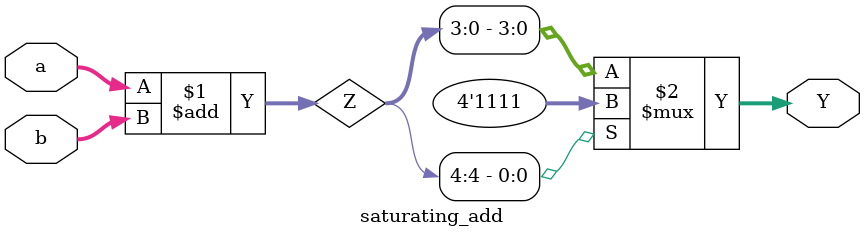
<source format=v>
`timescale 1ns / 1ps
module saturating_add(
input [3:0]a,b,
output [3:0]Y
    );
 wire [4:0]Z ;  
assign Z=a+b;
assign Y=(Z[4])?4'b1111:Z[3:0];
endmodule

</source>
